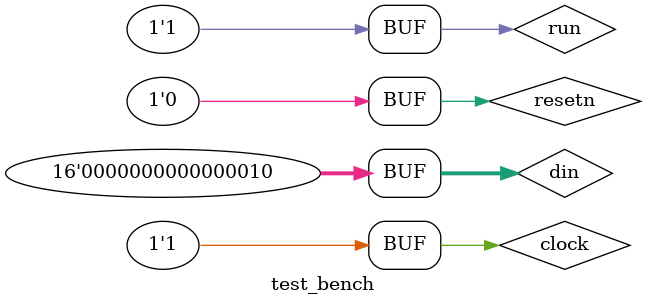
<source format=v>
module test_bench;



	reg clock, run, resetn;
	reg [15:0] din;
	wire [15:0] q, r0t, r1t, r2t, r3t, r4t, r5t, r6t, r7t, At, Gt,add_sub_outt, buswiret;
	wire r0_int, r1_int, r2_int, r3_int, r4_int, r5_int, r6_int, r7_int;
   wire r0_outt, r1_outt, r2_outt, r3_outt, r4_outt, r5_outt, r6_outt, r7_outt, g_outt, dinoutt;
   wire a_int, g_int, add_subt, somat, comparacaot, zerot, maior_menort, donet;
	wire [8:0]irt;

	
	initial begin
		resetn = 1'b0;
		run = 1'b1;
		din = 16'b0000000000000010; // 2
	end
	
	initial begin
		#25 clock = 1'b1;//1
		#25 clock = 1'b0; // 0
		
		#25 clock = ~clock;  //1
		
		#25 clock = 1'b0;//0
		#25 clock = 1'b1; //1
		#25 clock = 1'b0; //0
		#25 clock = 1'b1; //1
		#25 clock = 1'b0; //0
		#25 clock = 1'b1; //1
		
		#25 clock = 1'b0; //0
		#25 clock = 1'b1; //1
		#25 clock = 1'b0; //0
		#25 clock = 1'b1; //1
		#25 clock = 1'b0; //0
		#25 clock = 1'b1; //1
		
		#25 clock = 1'b0; //0
		#25 clock = 1'b1; //1
		#25 clock = 1'b0; //0
		#25 clock = 1'b1; //1
		#25 clock = 1'b0; //0
		#25 clock = 1'b1; //1
		
		#25 clock = 1'b0; //0
		#25 clock = 1'b1; //1

	end
	
		pratica2 dut(clock, din, run, resetn, q,r0t, r1t, r2t, r3t, r4t, r5t, r6t, r7t, At, Gt,
 r0_int, r1_int, r2_int, r3_int, r4_int, r5_int, r6_int, r7_int,
     r0_outt, r1_outt, r2_outt, r3_outt, r4_outt, r5_outt, r6_outt, r7_outt, g_outt, dinoutt,
     a_int, g_int, add_subt, donet, add_sub_outt, somat, comparacaot, zerot, maior_menort, buswiret, irt);

endmodule

</source>
